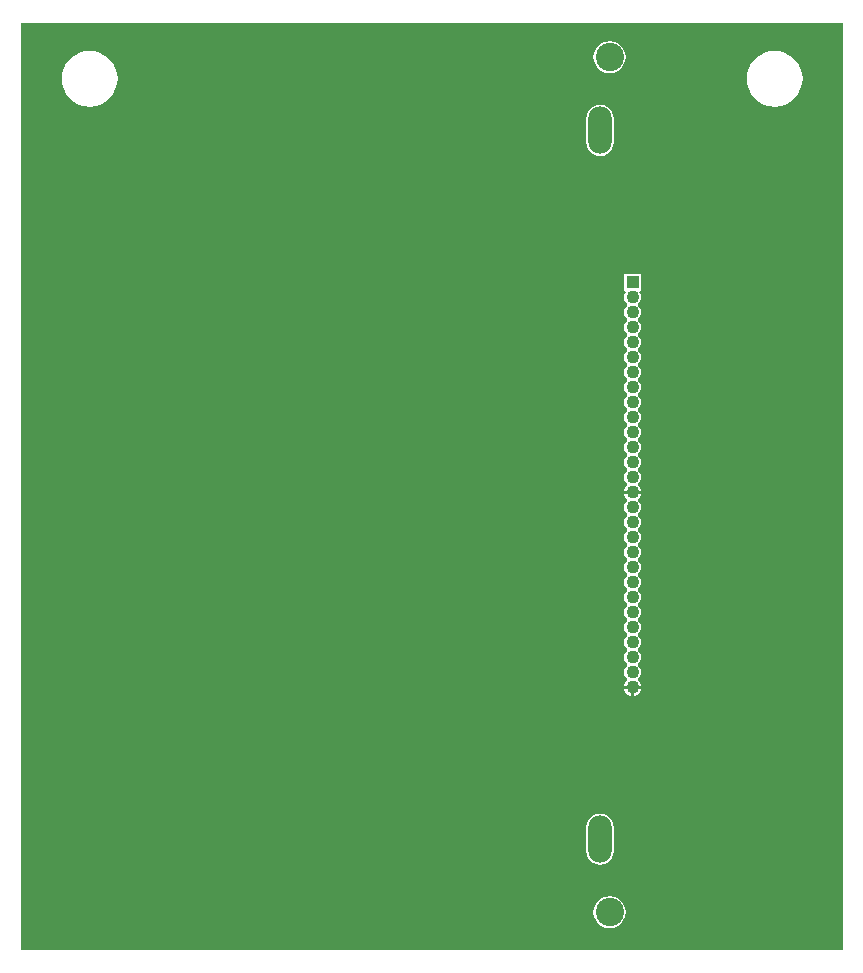
<source format=gbr>
%TF.GenerationSoftware,Altium Limited,Altium Designer,24.7.2 (38)*%
G04 Layer_Physical_Order=1*
G04 Layer_Color=255*
%FSLAX43Y43*%
%MOMM*%
%TF.SameCoordinates,6EE5CD54-FE70-432D-B01E-CA14D31D91FF*%
%TF.FilePolarity,Positive*%
%TF.FileFunction,Copper,L1,Top,Signal*%
%TF.Part,Single*%
G01*
G75*
%TA.AperFunction,ComponentPad*%
%ADD10C,1.100*%
%ADD11R,1.100X1.100*%
%ADD12O,2.000X4.000*%
%ADD13C,2.400*%
G36*
X69745Y-78745D02*
X151D01*
Y-261D01*
X69745D01*
Y-78745D01*
D02*
G37*
%LPC*%
G36*
X50016Y-1813D02*
X49663Y-1860D01*
X49335Y-1996D01*
X49052Y-2212D01*
X48836Y-2495D01*
X48700Y-2823D01*
X48653Y-3176D01*
X48700Y-3529D01*
X48836Y-3857D01*
X49052Y-4140D01*
X49335Y-4356D01*
X49663Y-4492D01*
X50016Y-4539D01*
X50369Y-4492D01*
X50697Y-4356D01*
X50980Y-4140D01*
X51196Y-3857D01*
X51332Y-3529D01*
X51379Y-3176D01*
X51332Y-2823D01*
X51196Y-2495D01*
X50980Y-2212D01*
X50697Y-1996D01*
X50369Y-1860D01*
X50016Y-1813D01*
D02*
G37*
G36*
X64000Y-2638D02*
X63539Y-2683D01*
X63096Y-2817D01*
X62688Y-3036D01*
X62330Y-3330D01*
X62036Y-3688D01*
X61817Y-4096D01*
X61683Y-4539D01*
X61638Y-5000D01*
X61683Y-5461D01*
X61817Y-5904D01*
X62036Y-6312D01*
X62330Y-6670D01*
X62688Y-6964D01*
X63096Y-7183D01*
X63539Y-7317D01*
X64000Y-7362D01*
X64461Y-7317D01*
X64904Y-7183D01*
X65312Y-6964D01*
X65670Y-6670D01*
X65964Y-6312D01*
X66183Y-5904D01*
X66317Y-5461D01*
X66362Y-5000D01*
X66317Y-4539D01*
X66183Y-4096D01*
X65964Y-3688D01*
X65670Y-3330D01*
X65312Y-3036D01*
X64904Y-2817D01*
X64461Y-2683D01*
X64000Y-2638D01*
D02*
G37*
G36*
X6000D02*
X5539Y-2683D01*
X5096Y-2817D01*
X4688Y-3036D01*
X4330Y-3330D01*
X4036Y-3688D01*
X3817Y-4096D01*
X3683Y-4539D01*
X3638Y-5000D01*
X3683Y-5461D01*
X3817Y-5904D01*
X4036Y-6312D01*
X4330Y-6670D01*
X4688Y-6964D01*
X5096Y-7183D01*
X5539Y-7317D01*
X6000Y-7362D01*
X6461Y-7317D01*
X6904Y-7183D01*
X7312Y-6964D01*
X7670Y-6670D01*
X7964Y-6312D01*
X8183Y-5904D01*
X8317Y-5461D01*
X8362Y-5000D01*
X8317Y-4539D01*
X8183Y-4096D01*
X7964Y-3688D01*
X7670Y-3330D01*
X7312Y-3036D01*
X6904Y-2817D01*
X6461Y-2683D01*
X6000Y-2638D01*
D02*
G37*
G36*
X49226Y-7215D02*
X48926Y-7255D01*
X48646Y-7371D01*
X48405Y-7555D01*
X48221Y-7796D01*
X48105Y-8076D01*
X48065Y-8376D01*
Y-10376D01*
X48105Y-10676D01*
X48221Y-10956D01*
X48405Y-11197D01*
X48646Y-11381D01*
X48926Y-11497D01*
X49226Y-11537D01*
X49526Y-11497D01*
X49806Y-11381D01*
X50047Y-11197D01*
X50231Y-10956D01*
X50347Y-10676D01*
X50387Y-10376D01*
Y-8376D01*
X50347Y-8076D01*
X50231Y-7796D01*
X50047Y-7555D01*
X49806Y-7371D01*
X49526Y-7255D01*
X49226Y-7215D01*
D02*
G37*
G36*
X52667Y-21530D02*
X51265D01*
Y-22932D01*
X51330D01*
X51404Y-23082D01*
X51354Y-23147D01*
X51283Y-23318D01*
X51259Y-23501D01*
X51283Y-23684D01*
X51354Y-23855D01*
X51466Y-24001D01*
X51519Y-24041D01*
Y-24231D01*
X51466Y-24271D01*
X51354Y-24417D01*
X51283Y-24588D01*
X51259Y-24771D01*
X51283Y-24954D01*
X51354Y-25125D01*
X51466Y-25271D01*
X51519Y-25311D01*
Y-25501D01*
X51466Y-25541D01*
X51354Y-25687D01*
X51283Y-25858D01*
X51259Y-26041D01*
X51283Y-26224D01*
X51354Y-26395D01*
X51466Y-26541D01*
X51519Y-26581D01*
Y-26771D01*
X51466Y-26811D01*
X51354Y-26957D01*
X51283Y-27128D01*
X51259Y-27311D01*
X51283Y-27494D01*
X51354Y-27665D01*
X51466Y-27811D01*
X51519Y-27851D01*
Y-28041D01*
X51466Y-28081D01*
X51354Y-28227D01*
X51283Y-28398D01*
X51259Y-28581D01*
X51283Y-28764D01*
X51354Y-28935D01*
X51466Y-29081D01*
X51519Y-29121D01*
Y-29311D01*
X51466Y-29351D01*
X51354Y-29497D01*
X51283Y-29668D01*
X51259Y-29851D01*
X51283Y-30034D01*
X51354Y-30205D01*
X51466Y-30351D01*
X51519Y-30391D01*
Y-30581D01*
X51466Y-30621D01*
X51354Y-30767D01*
X51283Y-30938D01*
X51259Y-31121D01*
X51283Y-31304D01*
X51354Y-31475D01*
X51466Y-31621D01*
X51519Y-31661D01*
Y-31851D01*
X51466Y-31891D01*
X51354Y-32037D01*
X51283Y-32208D01*
X51259Y-32391D01*
X51283Y-32574D01*
X51354Y-32745D01*
X51466Y-32891D01*
X51519Y-32931D01*
Y-33121D01*
X51466Y-33161D01*
X51354Y-33307D01*
X51283Y-33478D01*
X51259Y-33661D01*
X51283Y-33844D01*
X51354Y-34015D01*
X51466Y-34161D01*
X51519Y-34201D01*
Y-34391D01*
X51466Y-34431D01*
X51354Y-34577D01*
X51283Y-34748D01*
X51259Y-34931D01*
X51283Y-35114D01*
X51354Y-35285D01*
X51466Y-35431D01*
X51519Y-35471D01*
Y-35661D01*
X51466Y-35701D01*
X51354Y-35847D01*
X51283Y-36018D01*
X51259Y-36201D01*
X51283Y-36384D01*
X51354Y-36555D01*
X51466Y-36701D01*
X51519Y-36741D01*
Y-36931D01*
X51466Y-36971D01*
X51354Y-37117D01*
X51283Y-37288D01*
X51259Y-37471D01*
X51283Y-37654D01*
X51354Y-37825D01*
X51466Y-37971D01*
X51519Y-38011D01*
Y-38201D01*
X51466Y-38241D01*
X51354Y-38387D01*
X51283Y-38558D01*
X51259Y-38741D01*
X51283Y-38924D01*
X51354Y-39095D01*
X51466Y-39241D01*
X51479Y-39251D01*
Y-39440D01*
X51431Y-39476D01*
X51311Y-39633D01*
X51235Y-39815D01*
X51223Y-39911D01*
X51966D01*
X52709D01*
X52697Y-39815D01*
X52621Y-39633D01*
X52501Y-39476D01*
X52453Y-39440D01*
Y-39251D01*
X52466Y-39241D01*
X52578Y-39095D01*
X52649Y-38924D01*
X52673Y-38741D01*
X52649Y-38558D01*
X52578Y-38387D01*
X52466Y-38241D01*
X52413Y-38201D01*
Y-38011D01*
X52466Y-37971D01*
X52578Y-37825D01*
X52649Y-37654D01*
X52673Y-37471D01*
X52649Y-37288D01*
X52578Y-37117D01*
X52466Y-36971D01*
X52413Y-36931D01*
Y-36741D01*
X52466Y-36701D01*
X52578Y-36555D01*
X52649Y-36384D01*
X52673Y-36201D01*
X52649Y-36018D01*
X52578Y-35847D01*
X52466Y-35701D01*
X52413Y-35661D01*
Y-35471D01*
X52466Y-35431D01*
X52578Y-35285D01*
X52649Y-35114D01*
X52673Y-34931D01*
X52649Y-34748D01*
X52578Y-34577D01*
X52466Y-34431D01*
X52413Y-34391D01*
Y-34201D01*
X52466Y-34161D01*
X52578Y-34015D01*
X52649Y-33844D01*
X52673Y-33661D01*
X52649Y-33478D01*
X52578Y-33307D01*
X52466Y-33161D01*
X52413Y-33121D01*
Y-32931D01*
X52466Y-32891D01*
X52578Y-32745D01*
X52649Y-32574D01*
X52673Y-32391D01*
X52649Y-32208D01*
X52578Y-32037D01*
X52466Y-31891D01*
X52413Y-31851D01*
Y-31661D01*
X52466Y-31621D01*
X52578Y-31475D01*
X52649Y-31304D01*
X52673Y-31121D01*
X52649Y-30938D01*
X52578Y-30767D01*
X52466Y-30621D01*
X52413Y-30581D01*
Y-30391D01*
X52466Y-30351D01*
X52578Y-30205D01*
X52649Y-30034D01*
X52673Y-29851D01*
X52649Y-29668D01*
X52578Y-29497D01*
X52466Y-29351D01*
X52413Y-29311D01*
Y-29121D01*
X52466Y-29081D01*
X52578Y-28935D01*
X52649Y-28764D01*
X52673Y-28581D01*
X52649Y-28398D01*
X52578Y-28227D01*
X52466Y-28081D01*
X52413Y-28041D01*
Y-27851D01*
X52466Y-27811D01*
X52578Y-27665D01*
X52649Y-27494D01*
X52673Y-27311D01*
X52649Y-27128D01*
X52578Y-26957D01*
X52466Y-26811D01*
X52413Y-26771D01*
Y-26581D01*
X52466Y-26541D01*
X52578Y-26395D01*
X52649Y-26224D01*
X52673Y-26041D01*
X52649Y-25858D01*
X52578Y-25687D01*
X52466Y-25541D01*
X52413Y-25501D01*
Y-25311D01*
X52466Y-25271D01*
X52578Y-25125D01*
X52649Y-24954D01*
X52673Y-24771D01*
X52649Y-24588D01*
X52578Y-24417D01*
X52466Y-24271D01*
X52413Y-24231D01*
Y-24041D01*
X52466Y-24001D01*
X52578Y-23855D01*
X52649Y-23684D01*
X52673Y-23501D01*
X52649Y-23318D01*
X52578Y-23147D01*
X52528Y-23082D01*
X52602Y-22932D01*
X52667D01*
Y-21530D01*
D02*
G37*
G36*
X52709Y-40111D02*
X51966D01*
X51223D01*
X51235Y-40207D01*
X51311Y-40389D01*
X51431Y-40546D01*
X51479Y-40582D01*
Y-40771D01*
X51466Y-40781D01*
X51354Y-40927D01*
X51283Y-41098D01*
X51259Y-41281D01*
X51283Y-41464D01*
X51354Y-41635D01*
X51466Y-41781D01*
X51519Y-41821D01*
Y-42011D01*
X51466Y-42051D01*
X51354Y-42197D01*
X51283Y-42368D01*
X51259Y-42551D01*
X51283Y-42734D01*
X51354Y-42905D01*
X51466Y-43051D01*
X51519Y-43091D01*
Y-43281D01*
X51466Y-43321D01*
X51354Y-43467D01*
X51283Y-43638D01*
X51259Y-43821D01*
X51283Y-44004D01*
X51354Y-44175D01*
X51466Y-44321D01*
X51519Y-44361D01*
Y-44551D01*
X51466Y-44591D01*
X51354Y-44737D01*
X51283Y-44908D01*
X51259Y-45091D01*
X51283Y-45274D01*
X51354Y-45445D01*
X51466Y-45591D01*
X51519Y-45631D01*
Y-45821D01*
X51466Y-45861D01*
X51354Y-46007D01*
X51283Y-46178D01*
X51259Y-46361D01*
X51283Y-46544D01*
X51354Y-46715D01*
X51466Y-46861D01*
X51519Y-46901D01*
Y-47091D01*
X51466Y-47131D01*
X51354Y-47277D01*
X51283Y-47448D01*
X51259Y-47631D01*
X51283Y-47814D01*
X51354Y-47985D01*
X51466Y-48131D01*
X51519Y-48171D01*
Y-48361D01*
X51466Y-48401D01*
X51354Y-48547D01*
X51283Y-48718D01*
X51259Y-48901D01*
X51283Y-49084D01*
X51354Y-49255D01*
X51466Y-49401D01*
X51519Y-49441D01*
Y-49631D01*
X51466Y-49671D01*
X51354Y-49817D01*
X51283Y-49988D01*
X51259Y-50171D01*
X51283Y-50354D01*
X51354Y-50525D01*
X51466Y-50671D01*
X51519Y-50711D01*
Y-50901D01*
X51466Y-50941D01*
X51354Y-51087D01*
X51283Y-51258D01*
X51259Y-51441D01*
X51283Y-51624D01*
X51354Y-51795D01*
X51466Y-51941D01*
X51519Y-51981D01*
Y-52171D01*
X51466Y-52211D01*
X51354Y-52357D01*
X51283Y-52528D01*
X51259Y-52711D01*
X51283Y-52894D01*
X51354Y-53065D01*
X51466Y-53211D01*
X51519Y-53251D01*
Y-53441D01*
X51466Y-53481D01*
X51354Y-53627D01*
X51283Y-53798D01*
X51259Y-53981D01*
X51283Y-54164D01*
X51354Y-54335D01*
X51466Y-54481D01*
X51519Y-54521D01*
Y-54711D01*
X51466Y-54751D01*
X51354Y-54897D01*
X51283Y-55068D01*
X51259Y-55251D01*
X51283Y-55434D01*
X51354Y-55605D01*
X51466Y-55751D01*
X51479Y-55761D01*
Y-55950D01*
X51431Y-55986D01*
X51311Y-56143D01*
X51235Y-56325D01*
X51223Y-56421D01*
X51966D01*
X52709D01*
X52697Y-56325D01*
X52621Y-56143D01*
X52501Y-55986D01*
X52453Y-55950D01*
Y-55761D01*
X52466Y-55751D01*
X52578Y-55605D01*
X52649Y-55434D01*
X52673Y-55251D01*
X52649Y-55068D01*
X52578Y-54897D01*
X52466Y-54751D01*
X52413Y-54711D01*
Y-54521D01*
X52466Y-54481D01*
X52578Y-54335D01*
X52649Y-54164D01*
X52673Y-53981D01*
X52649Y-53798D01*
X52578Y-53627D01*
X52466Y-53481D01*
X52413Y-53441D01*
Y-53251D01*
X52466Y-53211D01*
X52578Y-53065D01*
X52649Y-52894D01*
X52673Y-52711D01*
X52649Y-52528D01*
X52578Y-52357D01*
X52466Y-52211D01*
X52413Y-52171D01*
Y-51981D01*
X52466Y-51941D01*
X52578Y-51795D01*
X52649Y-51624D01*
X52673Y-51441D01*
X52649Y-51258D01*
X52578Y-51087D01*
X52466Y-50941D01*
X52413Y-50901D01*
Y-50711D01*
X52466Y-50671D01*
X52578Y-50525D01*
X52649Y-50354D01*
X52673Y-50171D01*
X52649Y-49988D01*
X52578Y-49817D01*
X52466Y-49671D01*
X52413Y-49631D01*
Y-49441D01*
X52466Y-49401D01*
X52578Y-49255D01*
X52649Y-49084D01*
X52673Y-48901D01*
X52649Y-48718D01*
X52578Y-48547D01*
X52466Y-48401D01*
X52413Y-48361D01*
Y-48171D01*
X52466Y-48131D01*
X52578Y-47985D01*
X52649Y-47814D01*
X52673Y-47631D01*
X52649Y-47448D01*
X52578Y-47277D01*
X52466Y-47131D01*
X52413Y-47091D01*
Y-46901D01*
X52466Y-46861D01*
X52578Y-46715D01*
X52649Y-46544D01*
X52673Y-46361D01*
X52649Y-46178D01*
X52578Y-46007D01*
X52466Y-45861D01*
X52413Y-45821D01*
Y-45631D01*
X52466Y-45591D01*
X52578Y-45445D01*
X52649Y-45274D01*
X52673Y-45091D01*
X52649Y-44908D01*
X52578Y-44737D01*
X52466Y-44591D01*
X52413Y-44551D01*
Y-44361D01*
X52466Y-44321D01*
X52578Y-44175D01*
X52649Y-44004D01*
X52673Y-43821D01*
X52649Y-43638D01*
X52578Y-43467D01*
X52466Y-43321D01*
X52413Y-43281D01*
Y-43091D01*
X52466Y-43051D01*
X52578Y-42905D01*
X52649Y-42734D01*
X52673Y-42551D01*
X52649Y-42368D01*
X52578Y-42197D01*
X52466Y-42051D01*
X52413Y-42011D01*
Y-41821D01*
X52466Y-41781D01*
X52578Y-41635D01*
X52649Y-41464D01*
X52673Y-41281D01*
X52649Y-41098D01*
X52578Y-40927D01*
X52466Y-40781D01*
X52453Y-40771D01*
Y-40582D01*
X52501Y-40546D01*
X52621Y-40389D01*
X52697Y-40207D01*
X52709Y-40111D01*
D02*
G37*
G36*
X51866Y-56621D02*
X51223D01*
X51235Y-56717D01*
X51311Y-56899D01*
X51431Y-57056D01*
X51588Y-57176D01*
X51770Y-57252D01*
X51866Y-57264D01*
Y-56621D01*
D02*
G37*
G36*
X52709D02*
X52066D01*
Y-57264D01*
X52162Y-57252D01*
X52344Y-57176D01*
X52501Y-57056D01*
X52621Y-56899D01*
X52697Y-56717D01*
X52709Y-56621D01*
D02*
G37*
G36*
X49226Y-67215D02*
X48926Y-67255D01*
X48646Y-67371D01*
X48405Y-67555D01*
X48221Y-67796D01*
X48105Y-68076D01*
X48065Y-68376D01*
Y-70376D01*
X48105Y-70676D01*
X48221Y-70956D01*
X48405Y-71197D01*
X48646Y-71381D01*
X48926Y-71497D01*
X49226Y-71537D01*
X49526Y-71497D01*
X49806Y-71381D01*
X50047Y-71197D01*
X50231Y-70956D01*
X50347Y-70676D01*
X50387Y-70376D01*
Y-68376D01*
X50347Y-68076D01*
X50231Y-67796D01*
X50047Y-67555D01*
X49806Y-67371D01*
X49526Y-67255D01*
X49226Y-67215D01*
D02*
G37*
G36*
X50016Y-74213D02*
X49663Y-74260D01*
X49335Y-74396D01*
X49052Y-74612D01*
X48836Y-74895D01*
X48700Y-75223D01*
X48653Y-75576D01*
X48700Y-75929D01*
X48836Y-76257D01*
X49052Y-76540D01*
X49335Y-76756D01*
X49663Y-76892D01*
X50016Y-76939D01*
X50369Y-76892D01*
X50697Y-76756D01*
X50980Y-76540D01*
X51196Y-76257D01*
X51332Y-75929D01*
X51379Y-75576D01*
X51332Y-75223D01*
X51196Y-74895D01*
X50980Y-74612D01*
X50697Y-74396D01*
X50369Y-74260D01*
X50016Y-74213D01*
D02*
G37*
%LPD*%
D10*
X51966Y-56521D02*
D03*
Y-55251D02*
D03*
Y-53981D02*
D03*
Y-52711D02*
D03*
Y-51441D02*
D03*
Y-50171D02*
D03*
Y-48901D02*
D03*
Y-47631D02*
D03*
Y-46361D02*
D03*
Y-45091D02*
D03*
Y-43821D02*
D03*
Y-42551D02*
D03*
Y-41281D02*
D03*
Y-40011D02*
D03*
Y-38741D02*
D03*
Y-37471D02*
D03*
Y-36201D02*
D03*
Y-34931D02*
D03*
Y-33661D02*
D03*
Y-32391D02*
D03*
Y-31121D02*
D03*
Y-29851D02*
D03*
Y-28581D02*
D03*
Y-27311D02*
D03*
Y-26041D02*
D03*
Y-24771D02*
D03*
Y-23501D02*
D03*
D11*
Y-22231D02*
D03*
D12*
X49226Y-9376D02*
D03*
Y-69376D02*
D03*
D13*
X50016Y-75576D02*
D03*
Y-3176D02*
D03*
%TF.MD5,b9dfe7658dbdd410f012139721c4de37*%
M02*

</source>
